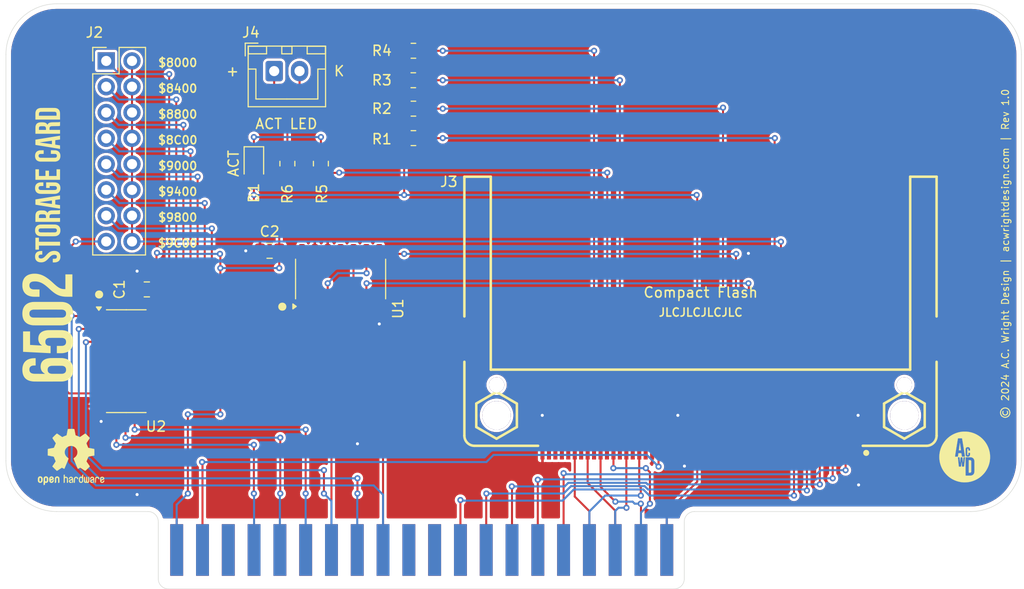
<source format=kicad_pcb>
(kicad_pcb (version 20241229) (generator "pcbnew") (generator_version "9.0")
  (title_block (title "6502 Storage Card") (date "2024-06-21") (rev "1.0") (company "A.C. Wright Design"))
  (layers (0 "F.Cu" signal) (2 "B.Cu" signal) (13 "F.Paste" user) (15 "B.Paste" user) (5 "F.SilkS" user "F.Silkscreen") (7 "B.SilkS" user "B.Silkscreen") (1 "F.Mask" user) (3 "B.Mask" user) (25 "Edge.Cuts" user))
  (net 0 "")
  (net 1 "GND")
  (net 2 "VCC")
  (net 3 "Net-(D1-K)")
  (net 4 "D2")
  (net 5 "A2")
  (net 6 "RESB")
  (net 7 "A1")
  (net 8 "RWB")
  (net 9 "A15")
  (net 10 "D0")
  (net 11 "A12")
  (net 12 "A0")
  (net 13 "A11")
  (net 14 "D1")
  (net 15 "PHI2")
  (net 16 "D5")
  (net 17 "A14")
  (net 19 "D7")
  (net 20 "A13")
  (net 21 "A10")
  (net 22 "D4")
  (net 23 "D3")
  (net 24 "D6")
  (net 25 "CSB")
  (net 26 "/$8400")
  (net 27 "/$9800")
  (net 28 "/$9400")
  (net 29 "/$8C00")
  (net 30 "/$9000")
  (net 31 "/$8800")
  (net 32 "/$8000")
  (net 33 "/$9C00")
  (net 51 "Net-(J3-~{REG})")
  (net 55 "Net-(J3-~{WE})")
  (net 58 "~{WR}")
  (net 65 "Net-(J3-~{DASP})")
  (net 69 "Net-(J3-~{CS1})")
  (net 70 "Net-(J3-~{PDIAG})")
  (net 71 "~{RD}")
  (net 72 "Net-(U1-Pad3)")
  (net 74 "Net-(J4-Pin_2)")
  (footprint "Resistor_SMD:R_0805_2012Metric" (layer "F.Cu") (at 140.7125 80.7 180)
    (property "Reference" "R2")
    (property "Value" "1k" (hide yes))
  )
  (footprint "Package_SO:SOIC-14_3.9x8.7mm_P1.27mm" (layer "F.Cu") (at 133.54 97.475 90)
    (property "Reference" "U1")
    (property "Value" "74HC00" (hide yes))
  )
  (footprint "Resistor_SMD:R_0805_2012Metric" (layer "F.Cu") (at 128.3 86.1125 90)
    (property "Reference" "R6")
    (property "Value" "330" (hide yes))
  )
  (footprint "A.C. Wright Logo:A.C. Wright Logo 5mm" (layer "F.Cu") (at 195 115)
    (property "Reference" "G***" (hide yes))
    (property "Value" "LOGO" (hide yes))
  )
  (footprint "Resistor_SMD:R_0805_2012Metric" (layer "F.Cu") (at 140.7125 75)
    (property "Reference" "R4")
    (property "Value" "1k" (hide yes))
  )
  (footprint "Connector_JST:JST_XH_B2B-XH-A_1x02_P2.50mm_Vertical" (layer "F.Cu") (at 127 77)
    (property "Reference" "J4")
    (property "Value" "ACT LED")
  )
  (footprint "Capacitor_SMD:C_0805_2012Metric" (layer "F.Cu") (at 126.55 94.7 180)
    (property "Reference" "C2")
    (property "Value" "100nF" (hide yes))
  )
  (footprint "Resistor_SMD:R_0805_2012Metric" (layer "F.Cu") (at 140.7125 83.6 180)
    (property "Reference" "R1")
    (property "Value" "1k" (hide yes))
  )
  (footprint "Resistor_SMD:R_0805_2012Metric" (layer "F.Cu") (at 140.7 77.9)
    (property "Reference" "R3")
    (property "Value" "1k" (hide yes))
  )
  (footprint "Package_SO:SOIC-16_3.9x9.9mm_P1.27mm" (layer "F.Cu") (at 112.435 105.565)
    (property "Reference" "U2")
    (property "Value" "74HC138" (hide yes))
  )
  (footprint "Connector_PinHeader_2.54mm:PinHeader_2x08_P2.54mm_Vertical" (layer "F.Cu") (at 110.46 76)
    (property "Reference" "J2")
    (property "Value" "Conn_02x08_Odd_Even" (hide yes))
  )
  (footprint "Capacitor_SMD:C_0805_2012Metric" (layer "F.Cu") (at 114.46 98.5 180)
    (property "Reference" "C1")
    (property "Value" "100nF" (hide yes))
  )
  (footprint "6502 Parts:SD-SMD_CFH-L3C1LBL01MN0" (layer "F.Cu") (at 168.98 108.45 180)
    (property "Reference" "J3")
    (property "Value" "Compact Flash")
  )
  (footprint "Symbol:OSHW-Logo2_7.3x6mm_SilkScreen" (layer "F.Cu") (at 107 115)
    (property "Reference" "REF**" (hide yes))
    (property "Value" "OSHW-Logo2_7.3x6mm_SilkScreen" (hide yes))
  )
  (footprint "6502 Parts:6502 Card Edge" (layer "F.Cu") (at 117.4 126.7)
    (property "Reference" "J1" (hide yes))
    (property "Value" "6502 Card Edge" (hide yes))
  )
  (footprint "6502 Logos:6502 Storage Card Logo 5mm" (layer "F.Cu") (at 104.700159 87.589456 90)
    (property "Reference" "G***" (hide yes))
    (property "Value" "LOGO" (hide yes))
  )
  (footprint "Resistor_SMD:R_0805_2012Metric" (layer "F.Cu") (at 131.6 86.1125 90)
    (property "Reference" "R5")
    (property "Value" "330" (hide yes))
  )
  (footprint "LED_SMD:LED_0805_2012Metric" (layer "F.Cu") (at 125 86.1375 -90)
    (property "Reference" "D1")
    (property "Value" "ACT")
  )
  (gr_circle (center 109.76 99) (end 109.96 99) (stroke (width 0.4)) (fill no) (layer "F.SilkS"))
  (gr_circle (center 127.8 100.2) (end 128 100.2) (stroke (width 0.4)) (fill no) (layer "F.SilkS"))
  (gr_arc (start 167.3841 121.3746) (mid 167.676993 120.667493) (end 168.3841 120.3746) (stroke (width 0.05)) (layer "Edge.Cuts"))
  (gr_line (start 200.5841 115.3746) (end 200.5841 75.3746) (stroke (width 0.05)) (layer "Edge.Cuts"))
  (gr_arc (start 105.5841 120.3746) (mid 102.048566 118.910134) (end 100.5841 115.3746) (stroke (width 0.05)) (layer "Edge.Cuts"))
  (gr_line (start 105.5841 120.3746) (end 114.5841 120.3746) (stroke (width 0.05)) (layer "Edge.Cuts"))
  (gr_line (start 168.3841 120.3746) (end 195.5841 120.3746) (stroke (width 0.05)) (layer "Edge.Cuts"))
  (gr_line (start 195.5841 70.3746) (end 105.5841 70.3746) (stroke (width 0.05)) (layer "Edge.Cuts"))
  (gr_arc (start 114.5841 120.3746) (mid 115.291207 120.667493) (end 115.5841 121.3746) (stroke (width 0.05)) (layer "Edge.Cuts"))
  (gr_line (start 167.3841 126.9946) (end 167.3841 121.3746) (stroke (width 0.05)) (layer "Edge.Cuts"))
  (gr_arc (start 200.5841 115.3746) (mid 199.119634 118.910134) (end 195.5841 120.3746) (stroke (width 0.05)) (layer "Edge.Cuts"))
  (gr_arc (start 100.5841 75.3746) (mid 102.048566 71.839066) (end 105.5841 70.3746) (stroke (width 0.05)) (layer "Edge.Cuts"))
  (gr_line (start 116.5841 127.9946) (end 166.3841 127.9946) (stroke (width 0.05)) (layer "Edge.Cuts"))
  (gr_line (start 100.5841 75.3746) (end 100.5841 115.3746) (stroke (width 0.05)) (layer "Edge.Cuts"))
  (gr_arc (start 116.5841 127.9946) (mid 115.876993 127.701707) (end 115.5841 126.9946) (stroke (width 0.05)) (layer "Edge.Cuts"))
  (gr_arc (start 167.3841 126.9946) (mid 167.091207 127.701707) (end 166.3841 127.9946) (stroke (width 0.05)) (layer "Edge.Cuts"))
  (gr_arc (start 195.5841 70.3746) (mid 199.119634 71.839066) (end 200.5841 75.3746) (stroke (width 0.05)) (layer "Edge.Cuts"))
  (gr_line (start 115.5841 121.3746) (end 115.5841 126.9946) (stroke (width 0.05)) (layer "Edge.Cuts"))
  (gr_text "© 2024 A.C. Wright Design | acwrightdesign.com | Rev 1.0" (at 199 95 90) (layer "F.SilkS") (effects (font (size 0.7 0.7) (thickness 0.1))))
  (gr_text "$9000" (at 117.5 86.34 0) (layer "F.SilkS") (effects (font (size 0.8 0.8))))
  (gr_text "K" (at 133.4 77 0) (layer "F.SilkS") (effects (font (size 1 1))))
  (gr_text "$9800" (at 117.5 91.42 0) (layer "F.SilkS") (effects (font (size 0.8 0.8))))
  (gr_text "$9400" (at 117.5 88.88 0) (layer "F.SilkS") (effects (font (size 0.8 0.8))))
  (gr_text "JLCJLCJLCJLC" (at 169 100.7625 0) (layer "F.SilkS") (effects (font (size 0.8 0.8))))
  (gr_text "$8400" (at 117.5 78.72 0) (layer "F.SilkS") (effects (font (size 0.8 0.8))))
  (gr_text "+" (at 122.9 77 0) (layer "F.SilkS") (effects (font (size 1 1))))
  (gr_text "$8800" (at 117.5 81.26 0) (layer "F.SilkS") (effects (font (size 0.8 0.8))))
  (gr_text "$8C00" (at 117.5 83.8 0) (layer "F.SilkS") (effects (font (size 0.8 0.8))))
  (gr_text "$8000" (at 117.5 76.18 0) (layer "F.SilkS") (effects (font (size 0.8 0.8))))
  (gr_text "$9C00" (at 117.5 93.96 0) (layer "F.SilkS") (effects (font (size 0.8 0.8))))
  (segment (start 117.4 124.16) (end 117.4 121.3) (width 0.2) (layer "F.Cu") (net 1))
  (segment (start 117.4 121.3) (end 117.4 119.9) (width 0.2) (layer "F.Cu") (net 1))
  (via (at 167.4 115.9) (size 0.6) (drill 0.3) (layers "F.Cu" "B.Cu") (net 1))
  (via (at 153.4 110.9) (size 0.6) (drill 0.3) (layers "F.Cu" "B.Cu") (net 1))
  (via (at 166.75 110.9) (size 0.6) (drill 0.3) (layers "F.Cu" "B.Cu") (net 1))
  (via (at 184.55 117.75) (size 0.6) (drill 0.3) (layers "F.Cu" "B.Cu") (net 1))
  (via (at 113.5 96.7) (size 0.6) (drill 0.3) (layers "F.Cu" "B.Cu") (net 1))
  (via (at 109.96 111.5) (size 0.6) (drill 0.3) (layers "F.Cu" "B.Cu") (net 1))
  (via (at 137.35 101.9) (size 0.6) (drill 0.3) (layers "F.Cu" "B.Cu") (net 1))
  (via (at 113.5 118.7) (size 0.6) (drill 0.3) (layers "F.Cu" "B.Cu") (net 1))
  (via (at 124.2 94.7) (size 0.6) (drill 0.3) (layers "F.Cu" "B.Cu") (net 1))
  (via (at 184.5 110.9) (size 0.6) (drill 0.3) (layers "F.Cu" "B.Cu") (net 1))
  (via (at 135.2 113.7) (size 0.6) (drill 0.3) (layers "F.Cu" "B.Cu") (net 1))
  (via (at 173.7 94.95) (size 0.6) (drill 0.3) (layers "F.Cu" "B.Cu") (net 1))
  (segment (start 165.66 124.16) (end 165.66 120.1) (width 0.2) (layer "B.Cu") (net 1))
  (segment (start 168.6 89.2) (end 168.66 89.26) (width 0.2) (layer "F.Cu") (net 2))
  (segment (start 165.66 120.44) (end 165.66 124.16) (width 0.2) (layer "F.Cu") (net 2))
  (segment (start 125 90.5) (end 125 89.2) (width 0.2) (layer "F.Cu") (net 2))
  (segment (start 121.7 110.8) (end 121.7 96.4) (width 0.2) (layer "F.Cu") (net 2))
  (segment (start 115.41 98.5) (end 115.41 99.75) (width 0.2) (layer "F.Cu") (net 2))
  (segment (start 115.41 99.75) (end 114.91 100.25) (width 0.2) (layer "F.Cu") (net 2))
  (segment (start 123 82.8) (end 123 86.45) (width 0.2) (layer "F.Cu") (net 2))
  (segment (start 127 77) (end 127 78.8) (width 0.2) (layer "F.Cu") (net 2))
  (segment (start 118.5 118.6) (end 118.5 110.8) (width 0.2) (layer "F.Cu") (net 2))
  (segment (start 129.43 94.7) (end 129.73 95) (width 0.2) (layer "F.Cu") (net 2))
  (segment (start 127.5 93) (end 125 90.5) (width 0.2) (layer "F.Cu") (net 2))
  (segment (start 127.5 94.7) (end 127.5 96.4) (width 0.2) (layer "F.Cu") (net 2))
  (segment (start 125 89.2) (end 125 87.075) (width 0.2) (layer "F.Cu") (net 2))
  (segment (start 139.8 75) (end 139.8 83.6) (width 0.2) (layer "F.Cu") (net 2))
  (segment (start 115.46 94.9) (end 115.41 94.95) (width 0.2) (layer "F.Cu") (net 2))
  (segment (start 123.625 87.075) (end 125 87.075) (width 0.2) (layer "F.Cu") (net 2))
  (segment (start 127 78.8) (end 123 82.8) (width 0.2) (layer "F.Cu") (net 2))
  (segment (start 168.66 113.5) (end 168.66 117.44) (width 0.2) (layer "F.Cu") (net 2))
  (segment (start 123 86.45) (end 123.625 87.075) (width 0.2) (layer "F.Cu") (net 2))
  (segment (start 121.7 95.04) (end 121.66 95) (width 0.2) (layer "F.Cu") (net 2))
  (segment (start 168.66 89.26) (end 168.66 113.5) (width 0.2) (layer "F.Cu") (net 2))
  (segment (start 115.41 94.95) (end 115.41 98.5) (width 0.2) (layer "F.Cu") (net 2))
  (segment (start 139.8 83.6) (end 139.8 89.2) (width 0.2) (layer "F.Cu") (net 2))
  (segment (start 168.66 117.44) (end 165.66 120.44) (width 0.2) (layer "F.Cu") (net 2))
  (segment (start 127.5 94.7) (end 127.5 93) (width 0.2) (layer "F.Cu") (net 2))
  (segment (start 168.66 113.5) (end 169.3 113.5) (width 0.2) (layer "F.Cu") (net 2))
  (segment (start 121.7 96.4) (end 121.7 95.04) (width 0.2) (layer "F.Cu") (net 2))
  (segment (start 127.5 94.7) (end 129.43 94.7) (width 0.2) (layer "F.Cu") (net 2))
  (segment (start 114.91 100.25) (end 114.91 101.12) (width 0.2) (layer "F.Cu") (net 2))
  (via (at 121.66 95) (size 0.6) (drill 0.3) (layers "F.Cu" "B.Cu") (net 2))
  (via (at 115.46 94.9) (size 0.6) (drill 0.3) (layers "F.Cu" "B.Cu") (net 2))
  (via (at 127.5 96.4) (size 0.6) (drill 0.3) (layers "F.Cu" "B.Cu") (net 2))
  (via (at 118.5 118.6) (size 0.6) (drill 0.3) (layers "F.Cu" "B.Cu") (net 2))
  (via (at 118.5 110.8) (size 0.6) (drill 0.3) (layers "F.Cu" "B.Cu") (net 2))
  (via (at 168.6 89.2) (size 0.6) (drill 0.3) (layers "F.Cu" "B.Cu") (net 2))
  (via (at 139.8 89.2) (size 0.6) (drill 0.3) (layers "F.Cu" "B.Cu") (net 2))
  (via (at 121.7 96.4) (size 0.6) (drill 0.3) (layers "F.Cu" "B.Cu") (net 2))
  (via (at 121.7 110.8) (size 0.6) (drill 0.3) (layers "F.Cu" "B.Cu") (net 2))
  (via (at 125 89.2) (size 0.6) (drill 0.3) (layers "F.Cu" "B.Cu") (net 2))
  (segment (start 139.8 89.2) (end 168.6 89.2) (width 0.2) (layer "B.Cu") (net 2))
  (segment (start 127.5 96.4) (end 121.7 96.4) (width 0.2) (layer "B.Cu") (net 2))
  (segment (start 115.56 95) (end 115.46 94.9) (width 0.2) (layer "B.Cu") (net 2))
  (segment (start 121.66 95) (end 115.56 95) (width 0.2) (layer "B.Cu") (net 2))
  (segment (start 117.4 124.16) (end 117.4 119.7) (width 0.2) (layer "B.Cu") (net 2))
  (segment (start 117.4 119.7) (end 118.5 118.6) (width 0.2) (layer "B.Cu") (net 2))
  (segment (start 118.5 110.8) (end 121.7 110.8) (width 0.2) (layer "B.Cu") (net 2))
  (segment (start 139.8 89.2) (end 125 89.2) (width 0.2) (layer "B.Cu") (net 2))
  (segment (start 125 85.2) (end 125 83.5) (width 0.2) (layer "F.Cu") (net 3))
  (segment (start 131.6 83.5) (end 131.6 85.2) (width 0.2) (layer "F.Cu") (net 3))
  (via (at 131.6 83.5) (size 0.6) (drill 0.3) (layers "F.Cu" "B.Cu") (net 3))
  (via (at 125 83.5) (size 0.6) (drill 0.3) (layers "F.Cu" "B.Cu") (net 3))
  (segment (start 125 83.5) (end 131.6 83.5) (width 0.2) (layer "B.Cu") (net 3))
  (segment (start 158.04 124.16) (end 158.04 120.34) (width 0.2) (layer "F.Cu") (net 4))
  (segment (start 156.6 118.9) (end 156.6 113.5) (width 0.2) (layer "F.Cu") (net 4))
  (segment (start 158.04 120.34) (end 156.6 118.9) (width 0.2) (layer "F.Cu") (net 4))
  (segment (start 163.1 118.8) (end 163.1 118) (width 0.2) (layer "F.Cu") (net 5))
  (segment (start 163.1 118) (end 162.95 117.85) (width 0.2) (layer "F.Cu") (net 5))
  (segment (start 162.95 117.85) (end 162.95 113.5) (width 0.2) (layer "F.Cu") (net 5))
  (via (at 163.1 118.8) (size 0.6) (drill 0.3) (layers "F.Cu" "B.Cu") (net 5))
  (segment (start 158.04 120.36) (end 158.04 124.16) (width 0.2) (layer "B.Cu") (net 5))
  (segment (start 159.6 118.8) (end 158.04 120.36) (width 0.2) (layer "B.Cu") (net 5))
  (segment (start 163.1 118.8) (end 159.6 118.8) (width 0.2) (layer "B.Cu") (net 5))
  (segment (start 119.9 115.5) (end 119.94 115.54) (width 0.2) (layer "F.Cu") (net 6))
  (segment (start 164.85 115.95) (end 164.85 113.5) (width 0.2) (layer "F.Cu") (net 6))
  (segment (start 119.94 115.54) (end 119.94 124.16) (width 0.2) (layer "F.Cu") (net 6))
  (via (at 119.9 115.5) (size 0.6) (drill 0.3) (layers "F.Cu" "B.Cu") (net 6))
  (via (at 164.85 115.95) (size 0.6) (drill 0.3) (layers "F.Cu" "B.Cu") (net 6))
  (segment (start 147.9 115.5) (end 119.9 115.5) (width 0.2) (layer "B.Cu") (net 6))
  (segment (start 148.6 114.8) (end 147.9 115.5) (width 0.2) (layer "B.Cu") (net 6))
  (segment (start 163.7 114.8) (end 148.6 114.8) (width 0.2) (layer "B.Cu") (net 6))
  (segment (start 164.85 115.95) (end 163.7 114.8) (width 0.2) (layer "B.Cu") (net 6))
  (segment (start 161.68 119.98997) (end 161.68 113.5) (width 0.2) (layer "F.Cu") (net 7))
  (segment (start 161.69003 120) (end 161.68 119.98997) (width 0.2) (layer "F.Cu") (net 7))
  (via (at 161.69003 120) (size 0.6) (drill 0.3) (layers "F.Cu" "B.Cu") (net 7))
  (segment (start 160.9 120) (end 160.58 120.32) (width 0.2) (layer "B.Cu") (net 7))
  (segment (start 160.58 120.32) (end 160.58 124.16) (width 0.2) (layer "B.Cu") (net 7))
  (segment (start 161.69003 120) (end 160.9 120) (width 0.2) (layer "B.Cu") (net 7))
  (segment (start 132.64 102.14) (end 132.6 102.1) (width 0.2) (layer "F.Cu") (net 8))
  (segment (start 131.6 102.1) (end 132.6 102.1) (width 0.2) (layer "F.Cu") (net 8))
  (segment (start 132.6 102.1) (end 133 102.1) (width 0.2) (layer "F.Cu") (net 8))
  (segment (start 132.64 124.16) (end 132.64 102.14) (width 0.2) (layer "F.Cu") (net 8))
  (segment (start 133 102.1) (end 133.54 101.56) (width 0.2) (layer "F.Cu") (net 8))
  (segment (start 131 101.5) (end 131.6 102.1) (width 0.2) (layer "F.Cu") (net 8))
  (segment (start 131 99.95) (end 131 101.5) (width 0.2) (layer "F.Cu") (net 8))
  (segment (start 129.73 99.95) (end 131 99.95) (width 0.2) (layer "F.Cu") (net 8))
  (segment (start 133.54 101.56) (end 133.54 99.95) (width 0.2) (layer "F.Cu") (net 8))
  (segment (start 109.96 107.47) (end 111.33 107.47) (width 0.2) (layer "F.Cu") (net 9))
  (segment (start 111.46 107.6) (end 111.46 107.9) (width 0.2) (layer "F.Cu") (net 9))
  (segment (start 111.46 107.9) (end 111.46 113.8) (width 0.2) (layer "F.Cu") (net 9))
  (segment (start 111.46 113.8) (end 111.46 114) (width 0.2) (layer "F.Cu") (net 9))
  (segment (start 111.33 107.47) (end 111.46 107.6) (width 0.2) (layer "F.Cu") (net 9))
  (segment (start 125 113.8) (end 125 118.6) (width 0.2) (layer "F.Cu") (net 9))
  (via (at 125 118.6) (size 0.6) (drill 0.3) (layers "F.Cu" "B.Cu") (net 9))
  (via (at 125 113.8) (size 0.6) (drill 0.3) (layers "F.Cu" "B.Cu") (net 9))
  (via (at 111.46 113.8) (size 0.6) (drill 0.3) (layers "F.Cu" "B.Cu") (net 9))
  (segment (start 125.02 118.62) (end 125.02 124.16) (width 0.2) (layer "B.Cu") (net 9))
  (segment (start 111.46 113.8) (end 125 113.8) (width 0.2) (layer "B.Cu") (net 9))
  (segment (start 125 118.6) (end 125.02 118.62) (width 0.2) (layer "B.Cu") (net 9))
  (segment (start 160.6 119.4) (end 159.14 117.94) (width 0.2) (layer "F.Cu") (net 10))
  (segment (start 159.14 117.94) (end 159.14 113.5) (width 0.2) (layer "F.Cu") (net 10))
  (segment (start 163.1 119.6) (end 163.12 119.62) (width 0.2) (layer "F.Cu") (net 10))
  (segment (start 163.12 119.62) (end 163.12 124.16) (width 0.2) (layer "F.Cu") (net 10))
  (via (at 160.6 119.4) (size 0.6) (drill 0.3) (layers "F.Cu" "B.Cu") (net 10))
  (via (at 163.1 119.6) (size 0.6) (drill 0.3) (layers "F.Cu" "B.Cu") (net 10))
  (segment (start 162.3 119.4) (end 160.6 119.4) (width 0.2) (layer "B.Cu") (net 10))
  (segment (start 162.5 119.6) (end 162.3 119.4) (width 0.2) (layer "B.Cu") (net 10))
  (segment (start 163.1 119.6) (end 162.5 119.6) (width 0.2) (layer "B.Cu") (net 10))
  (segment (start 131.9 116.3) (end 131.9 118.6) (width 0.2) (layer "F.Cu") (net 11))
  (segment (start 108.5 103.66) (end 108.46 103.7) (width 0.2) (layer "F.Cu") (net 11))
  (segment (start 109.96 103.66) (end 108.5 103.66) (width 0.2) (layer "F.Cu") (net 11))
  (via (at 131.9 116.3) (size 0.6) (drill 0.3) (layers "F.Cu" "B.Cu") (net 11))
  (via (at 131.9 118.6) (size 0.6) (drill 0.3) (layers "F.Cu" "B.Cu") (net 11))
  (via (at 108.46 103.7) (size 0.6) (drill 0.3) (layers "F.Cu" "B.Cu") (net 11))
  (segment (start 131.9 116.3) (end 109.96 116.3) (width 0.2) (layer "B.Cu") (net 11))
  (segment (start 131.9 116.3) (end 131.8 116.4) (width 0.2) (layer "B.Cu") (net 11))
  (segment (start 108.46 114.8) (end 109.83 116.17) (width 0.2) (layer "B.Cu") (net 11))
  (segment (start 131.9 118.6) (end 132.64 119.34) (width 0.2) (layer "B.Cu") (net 11))
  (segment (start 109.96 116.3) (end 109.83 116.17) (width 0.2) (layer "B.Cu") (net 11))
  (segment (start 132.64 119.34) (end 132.64 124.16) (width 0.2) (layer "B.Cu") (net 11))
  (segment (start 108.46 103.7) (end 108.46 114.8) (width 0.2) (layer "B.Cu") (net 11))
  (segment (start 164 116.5) (end 164 119.6) (width 0.2) (layer "F.Cu") (net 12))
  (segment (start 160.41 116.09) (end 160.41 113.5) (width 0.2) (layer "F.Cu") (net 12))
  (segment (start 163.6 116.1) (end 164 116.5) (width 0.2) (layer "F.Cu") (net 12))
  (segment (start 160.4 116.1) (end 160.41 116.09) (width 0.2) (layer "F.Cu") (net 12))
  (via (at 163.6 116.1) (size 0.6) (drill 0.3) (layers "F.Cu" "B.Cu") (net 12))
  (via (at 160.4 116.1) (size 0.6) (drill 0.3) (layers "F.Cu" "B.Cu") (net 12))
  (via (at 164 119.6) (size 0.6) (drill 0.3) (layers "F.Cu" "B.Cu") (net 12))
  (segment (start 160.4 116.1) (end 163.6 116.1) (width 0.2) (layer "B.Cu") (net 12))
  (segment (start 163.12 121.02) (end 163.12 120.48) (width 0.2) (layer "B.Cu") (net 12))
  (segment (start 163.12 124.16) (end 163.12 121.02) (width 0.2) (layer "B.Cu") (net 12))
  (segment (start 163.12 120.48) (end 164 119.6) (width 0.2) (layer "B.Cu") (net 12))
  (segment (start 107.77 102.39) (end 107.76 102.4) (width 0.2) (layer "F.Cu") (net 13))
  (segment (start 135.2 117.1) (end 135.2 118.6) (width 0.2) (layer "F.Cu") (net 13))
  (segment (start 109.96 102.39) (end 107.77 102.39) (width 0.2) (layer "F.Cu") (net 13))
  (via (at 135.2 117.1) (size 0.6) (drill 0.3) (layers "F.Cu" "B.Cu") (net 13))
  (via (at 107.76 102.4) (size 0.6) (drill 0.3) (layers "F.Cu" "B.Cu") (net 13))
  (via (at 135.2 118.6) (size 0.6) (drill 0.3) (layers "F.Cu" "B.Cu") (net 13))
  (segment (start 135.2 118.86) (end 135.18 118.88) (width 0.2) (layer "B.Cu") (net 13))
  (segment (start 135.2 118.6) (end 135.2 118.86) (width 0.2) (layer "B.Cu") (net 13))
  (segment (start 135.18 118.88) (end 135.18 124.16) (width 0.2) (layer "B.Cu") (net 13))
  (segment (start 135.2 117.1) (end 109.76 117.1) (width 0.2) (layer "B.Cu") (net 13))
  (segment (start 107.76 115.1) (end 107.76 102.4) (width 0.2) (layer "B.Cu") (net 13))
  (segment (start 109.76 117.1) (end 107.76 115.1) (width 0.2) (layer "B.Cu") (net 13))
  (segment (start 160.58 124.16) (end 160.58 120.28) (width 0.2) (layer "F.Cu") (net 14))
  (segment (start 160.58 120.28) (end 157.87 117.57) (width 0.2) (layer "F.Cu") (net 14))
  (segment (start 157.87 117.57) (end 157.87 113.5) (width 0.2) (layer "F.Cu") (net 14))
  (segment (start 134.81 99.95) (end 134.81 95) (width 0.2) (layer "F.Cu") (net 15))
  (segment (start 137.72 106.12) (end 134.81 103.21) (width 0.2) (layer "F.Cu") (net 15))
  (segment (start 134.81 103.21) (end 134.81 99.95) (width 0.2) (layer "F.Cu") (net 15))
  (segment (start 137.72 124.16) (end 137.72 106.12) (width 0.2) (layer "F.Cu") (net 15))
  (segment (start 150.4 117.9) (end 150.42 117.92) (width 0.2) (layer "F.Cu") (net 16))
  (segment (start 180.73 117.7) (end 180.73 113.5) (width 0.2) (layer "F.Cu") (net 16))
  (segment (start 150.42 117.92) (end 150.42 124.16) (width 0.2) (layer "F.Cu") (net 16))
  (via (at 180.73 117.7) (size 0.6) (drill 0.3) (layers "F.Cu" "B.Cu") (net 16))
  (via (at 150.4 117.9) (size 0.6) (drill 0.3) (layers "F.Cu" "B.Cu") (net 16))
  (segment (start 180.73 117.7) (end 163.773425 117.7) (width 0.2) (layer "B.Cu") (net 16))
  (segment (start 163.619425 117.546) (end 155.959488 117.546) (width 0.2) (layer "B.Cu") (net 16))
  (segment (start 163.773425 117.7) (end 163.619425 117.546) (width 0.2) (layer "B.Cu") (net 16))
  (segment (start 155.605488 117.9) (end 150.4 117.9) (width 0.2) (layer "B.Cu") (net 16))
  (segment (start 155.959488 117.546) (end 155.605488 117.9) (width 0.2) (layer "B.Cu") (net 16))
  (segment (start 111.96 106.2) (end 112.36 106.6) (width 0.2) (layer "F.Cu") (net 17))
  (segment (start 112.36 106.9) (end 112.36 112.4) (width 0.2) (layer "F.Cu") (net 17))
  (segment (start 112.36 112.6) (end 112.36 113.1) (width 0.2) (layer "F.Cu") (net 17))
  (segment (start 112.36 112.4) (end 112.36 112.6) (width 0.2) (layer "F.Cu") (net 17))
  (segment (start 127.6 113.1) (end 127.6 118.6) (width 0.2) (layer "F.Cu") (net 17))
  (segment (start 112.36 106.6) (end 112.36 106.9) (width 0.2) (layer "F.Cu") (net 17))
  (segment (start 109.96 106.2) (end 111.96 106.2) (width 0.2) (layer "F.Cu") (net 17))
  (via (at 112.36 113.1) (size 0.6) (drill 0.3) (layers "F.Cu" "B.Cu") (net 17))
  (via (at 127.6 113.1) (size 0.6) (drill 0.3) (layers "F.Cu" "B.Cu") (net 17))
  (via (at 127.6 118.6) (size 0.6) (drill 0.3) (layers "F.Cu" "B.Cu") (net 17))
  (segment (start 127.56 118.64) (end 127.56 124.16) (width 0.2) (layer "B.Cu") (net 17))
  (segment (start 127.6 118.6) (end 127.56 118.64) (width 0.2) (layer "B.Cu") (net 17))
  (segment (start 112.36 113.1) (end 127.6 113.1) (width 0.2) (layer "B.Cu") (net 17))
  (segment (start 145.34 119.24) (end 145.34 124.16) (width 0.2) (layer "F.Cu") (net 19))
  (segment (start 178.19 118.8) (end 178.19 113.5) (width 0.2) (layer "F.Cu") (net 19))
  (via (at 178.19 118.8) (size 0.6) (drill 0.3) (layers "F.Cu" "B.Cu") (net 19))
  (via (at 145.34 119.24) (size 0.6) (drill 0.3) (layers "F.Cu" "B.Cu") (net 19))
  (segment (start 156.5 118.2) (end 163.348529 118.2) (width 0.2) (layer "B.Cu") (net 19))
  (segment (start 155.4 119.3) (end 156.5 118.2) (width 0.2) (layer "B.Cu") (net 19))
  (segment (start 163.348529 118.2) (end 163.948529 118.8) (width 0.2) (layer "B.Cu") (net 19))
  (segment (start 163.948529 118.8) (end 178.19 118.8) (width 0.2) (layer "B.Cu") (net 19))
  (segment (start 145.4 119.3) (end 155.4 119.3) (width 0.2) (layer "B.Cu") (net 19))
  (segment (start 145.34 119.24) (end 145.4 119.3) (width 0.2) (layer "B.Cu") (net 19))
  (segment (start 113.26 106.2) (end 113.26 112.3) (width 0.2) (layer "F.Cu") (net 20))
  (segment (start 112.76 105) (end 113.26 105.5) (width 0.2) (layer "F.Cu") (net 20))
  (segment (start 130.1 112.3) (end 130.1 118.6) (width 0.2) (layer "F.Cu") (net 20))
  (segment (start 112.69 104.93) (end 112.76 105) (width 0.2) (layer "F.Cu") (net 20))
  (segment (start 109.96 104.93) (end 112.69 104.93) (width 0.2) (layer "F.Cu") (net 20))
  (segment (start 113.26 105.5) (end 113.26 106.2) (width 0.2) (layer "F.Cu") (net 20))
  (via (at 113.26 112.3) (size 0.6) (drill 0.3) (layers "F.Cu" "B.Cu") (net 20))
  (via (at 130.1 112.3) (size 0.6) (drill 0.3) (layers "F.Cu" "B.Cu") (net 20))
  (via (at 130.1 118.6) (size 0.6) (drill 0.3) (layers "F.Cu" "B.Cu") (net 20))
  (segment (start 113.26 112.3) (end 130.1 112.3) (width 0.2) (layer "B.Cu") (net 20))
  (segment (start 130.1 118.6) (end 130.1 124.16) (width 0.2) (layer "B.Cu") (net 20))
  (segment (start 107.08 101.12) (end 107.06 101.1) (width 0.2) (layer "F.Cu") (net 21))
  (segment (start 109.96 101.12) (end 107.08 101.12) (width 0.2) (layer "F.Cu") (net 21))
  (via (at 107.06 101.1) (size 0.6) (drill 0.3) (layers "F.Cu" "B.Cu") (net 21))
  (segment (start 107.06 115.4) (end 109.46 117.8) (width 0.2) (layer "B.Cu") (net 21))
  (segment (start 107.06 101.1) (end 107.06 115.4) (width 0.2) (layer "B.Cu") (net 21))
  (segment (start 136.8 117.8) (end 137.72 118.72) (width 0.2) (layer "B.Cu") (net 21))
  (segment (start 137.72 118.72) (end 137.72 124.16) (width 0.2) (layer "B.Cu") (net 21))
  (segment (start 109.46 117.8) (end 136.8 117.8) (width 0.2) (layer "B.Cu") (net 21))
  (segment (start 153 117.1) (end 152.96 117.14) (width 0.2) (layer "F.Cu") (net 22))
  (segment (start 182 117.1) (end 182 113.5) (width 0.2) (layer "F.Cu") (net 22))
  (segment (start 152.96 117.24) (end 152.96 124.26) (width 0.2) (layer "F.Cu") (net 22))
  (via (at 152.96 117.24) (size 0.6) (drill 0.3) (layers "F.Cu" "B.Cu") (net 22))
  (via (at 182 117.1) (size 0.6) (drill 0.3) (layers "F.Cu" "B.Cu") (net 22))
  (segment (start 152.96 117.24) (end 153.04 117.24) (width 0.2) (layer "B.Cu") (net 22))
  (segment (start 180.481471 117.1) (end 180.381471 117.2) (width 0.2) (layer "B.Cu") (net 22))
  (segment (start 180.381471 117.2) (end 153 117.2) (width 0.2) (layer "B.Cu") (net 22))
  (segment (start 182 117.1) (end 180.481471 117.1) (width 0.2) (layer "B.Cu") (net 22))
  (segment (start 153.04 117.24) (end 153.1 117.3) (width 0.2) (layer "B.Cu") (net 22))
  (segment (start 153 117.2) (end 152.96 117.24) (width 0.2) (layer "B.Cu") (net 22))
  (segment (start 155.5 124.16) (end 155.5 116.6) (width 0.2) (layer "F.Cu") (net 23))
  (segment (start 183.27 116.3) (end 183.27 113.5) (width 0.2) (layer "F.Cu") (net 23))
  (via (at 183.27 116.3) (size 0.6) (drill 0.3) (layers "F.Cu" "B.Cu") (net 23))
  (via (at 155.5 116.6) (size 0.6) (drill 0.3) (layers "F.Cu" "B.Cu") (net 23))
  (segment (start 155.6 116.7) (end 155.5 116.6) (width 0.2) (layer "B.Cu") (net 23))
  (segment (start 180.419023 116.7) (end 155.6 116.7) (width 0.2) (layer "B.Cu") (net 23))
  (segment (start 180.819023 116.3) (end 180.419023 116.7) (width 0.2) (layer "B.Cu") (net 23))
  (segment (start 183.27 116.3) (end 180.819023 116.3) (width 0.2) (layer "B.Cu") (net 23))
  (segment (start 179.46 118.3) (end 179.46 113.5) (width 0.2) (layer "F.Cu") (net 24))
  (segment (start 147.9 118.6) (end 147.88 118.62) (width 0.2) (layer "F.Cu") (net 24))
  (segment (start 147.88 118.62) (end 147.88 124.16) (width 0.2) (layer "F.Cu") (net 24))
  (via (at 147.9 118.6) (size 0.6) (drill 0.3) (layers "F.Cu" "B.Cu") (net 24))
  (via (at 179.46 118.3) (size 0.6) (drill 0.3) (layers "F.Cu" "B.Cu") (net 24))
  (segment (start 179.36 118.2) (end 163.810977 118.2) (width 0.2) (layer "B.Cu") (net 24))
  (segment (start 163.810977 118.2) (end 163.483977 117.873) (width 0.2) (layer "B.Cu") (net 24))
  (segment (start 156.227 117.873) (end 155.5 118.6) (width 0.2) (layer "B.Cu") (net 24))
  (segment (start 163.483977 117.873) (end 156.227 117.873) (width 0.2) (layer "B.Cu") (net 24))
  (segment (start 179.46 118.3) (end 179.36 118.2) (width 0.2) (layer "B.Cu") (net 24))
  (segment (start 155.5 118.6) (end 147.9 118.6) (width 0.2) (layer "B.Cu") (net 24))
  (segment (start 176.92 94.52) (end 176.92 113.5) (width 0.2) (layer "F.Cu") (net 25))
  (segment (start 176.9 94.5) (end 176.92 94.52) (width 0.2) (layer "F.Cu") (net 25))
  (segment (start 176.9 93.8) (end 176.9 94.5) (width 0.2) (layer "F.Cu") (net 25))
  (segment (start 113 76) (end 113 93.78) (width 0.2) (layer "F.Cu") (net 25))
  (via (at 176.9 93.8) (size 0.6) (drill 0.3) (layers "F.Cu" "B.Cu") (net 25))
  (segment (start 113 93.78) (end 121.62 93.78) (width 0.2) (layer "B.Cu") (net 25))
  (segment (start 121.62 93.78) (end 176.88 93.78) (width 0.2) (layer "B.Cu") (net 25))
  (segment (start 176.88 93.78) (end 176.9 93.8) (width 0.2) (layer "B.Cu") (net 25))
  (segment (start 116.8 103.66) (end 114.91 103.66) (width 0.2) (layer "F.Cu") (net 26))
  (segment (start 117.36 103.1) (end 116.8 103.66) (width 0.2) (layer "F.Cu") (net 26))
  (segment (start 117.36 79.8) (end 117.36 103.1) (width 0.2) (layer "F.Cu") (net 26))
  (via (at 117.36 79.8) (size 0.6) (drill 0.3) (layers "F.Cu" "B.Cu") (net 26))
  (segment (start 113.66 79.8) (end 117.36 79.8) (width 0.2) (layer "B.Cu") (net 26))
  (segment (start 110.46 78.54) (end 111.72 79.8) (width 0.2) (layer "B.Cu") (net 26))
  (segment (start 111.72 79.8) (end 113.66 79.8) (width 0.2) (layer "B.Cu") (net 26))
  (segment (start 120.15 110.01) (end 114.91 110.01) (width 0.2) (layer "F.Cu") (net 27))
  (segment (start 120.86 92.5) (end 120.86 109.3) (width 0.2) (layer "F.Cu") (net 27))
  (segment (start 120.86 109.3) (end 120.15 110.01) (width 0.2) (layer "F.Cu") (net 27))
  (via (at 120.86 92.5) (size 0.6) (drill 0.3) (layers "F.Cu" "B.Cu") (net 27))
  (segment (start 110.46 91.24) (end 111.72 92.5) (width 0.2) (layer "B.Cu") (net 27))
  (segment (start 112.66 92.5) (end 112.96 92.5) (width 0.2) (layer "B.Cu") (net 27))
  (segment (start 111.72 92.5) (end 112.66 92.5) (width 0.2) (layer "B.Cu") (net 27))
  (segment (start 112.96 92.5) (end 120.86 92.5) (width 0.2) (layer "B.Cu") (net 27))
  (segment (start 119.52 108.74) (end 114.91 108.74) (width 0.2) (layer "F.Cu") (net 28))
  (segment (start 120.16 90) (end 120.16 108.1) (width 0.2) (layer "F.Cu") (net 28))
  (segment (start 120.16 108.1) (end 119.52 108.74) (width 0.2) (layer "F.Cu") (net 28))
  (via (at 120.16 90) (size 0.6) (drill 0.3) (layers "F.Cu" "B.Cu") (net 28))
  (segment (start 111.76 90) (end 112.16 90) (width 0.2) (layer "B.Cu") (net 28))
  (segment (start 110.46 88.7) (end 111.76 90) (width 0.2) (layer "B.Cu") (net 28))
  (segment (start 112.16 90) (end 120.16 90) (width 0.2) (layer "B.Cu") (net 28))
  (segment (start 118.76 84.9) (end 118.76 105.6) (width 0.2) (layer "F.Cu") (net 29))
  (segment (start 118.16 106.2) (end 114.91 106.2) (width 0.2) (layer "F.Cu") (net 29))
  (segment (start 118.76 105.6) (end 118.16 106.2) (width 0.2) (layer "F.Cu") (net 29))
  (via (at 118.76 84.9) (size 0.6) (drill 0.3) (layers "F.Cu" "B.Cu") (net 29))
  (segment (start 112.16 84.9) (end 112.46 84.9) (width 0.2) (layer "B.Cu") (net 29))
  (segment (start 111.74 84.9) (end 112.16 84.9) (width 0.2) (layer "B.Cu") (net 29))
  (segment (start 112.46 84.9) (end 118.76 84.9) (width 0.2) (layer "B.Cu") (net 29))
  (segment (start 110.46 83.62) (end 111.74 84.9) (width 0.2) (layer "B.Cu") (net 29))
  (segment (start 118.99 107.47) (end 114.91 107.47) (width 0.2) (layer "F.Cu") (net 30))
  (segment (start 119.46 87.4) (end 119.46 107) (width 0.2) (layer "F.Cu") (net 30))
  (segment (start 119.46 107) (end 118.99 107.47) (width 0.2) (layer "F.Cu") (net 30))
  (via (at 119.46 87.4) (size 0.6) (drill 0.3) (layers "F.Cu" "B.Cu") (net 30))
  (segment (start 111.7 87.4) (end 112.06 87.4) (width 0.2) (layer "B.Cu") (net 30))
  (segment (start 110.46 86.16) (end 111.7 87.4) (width 0.2) (layer "B.Cu") (net 30))
  (segment (start 112.06 87.4) (end 112.36 87.4) (width 0.2) (layer "B.Cu") (net 30))
  (segment (start 112.36 87.4) (end 119.46 87.4) (width 0.2) (layer "B.Cu") (net 30))
  (segment (start 118.06 104.3) (end 117.43 104.93) (width 0.2) (layer "F.Cu") (net 31))
  (segment (start 118.06 82.3) (end 118.06 104.3) (width 0.2) (layer "F.Cu") (net 31))
  (segment (start 117.43 104.93) (end 114.91 104.93) (width 0.2) (layer "F.Cu") (net 31))
  (via (at 118.06 82.3) (size 0.6) (drill 0.3) (layers "F.Cu" "B.Cu") (net 31))
  (segment (start 110.46 81.08) (end 111.68 82.3) (width 0.2) (layer "B.Cu") (net 31))
  (segment (start 111.68 82.3) (end 113.06 82.3) (width 0.2) (layer "B.Cu") (net 31))
  (segment (start 113.06 82.3) (end 118.06 82.3) (width 0.2) (layer "B.Cu") (net 31))
  (segment (start 116.66 102) (end 116.27 102.39) (width 0.2) (layer "F.Cu") (net 32))
  (segment (start 116.27 102.39) (end 114.91 102.39) (width 0.2) (layer "F.Cu") (net 32))
  (segment (start 116.66 77.3) (end 116.66 102) (width 0.2) (layer "F.Cu") (net 32))
  (via (at 116.66 77.3) (size 0.6) (drill 0.3) (layers "F.Cu" "B.Cu") (net 32))
  (segment (start 110.46 76) (end 111.76 77.3) (width 0.2) (layer "B.Cu") (net 32))
  (segment (start 111.76 77.3) (end 116.66 77.3) (width 0.2) (layer "B.Cu") (net 32))
  (segment (start 106.26 108.2) (end 106.8 108.74) (width 0.2) (layer "F.Cu") (net 33))
  (segment (start 107.46 93.78) (end 106.26 94.98) (width 0.2) (layer "F.Cu") (net 33))
  (segment (start 106.26 94.98) (end 106.26 108.2) (width 0.2) (layer "F.Cu") (net 33))
  (segment (start 106.8 108.74) (end 109.96 108.74) (width 0.2) (layer "F.Cu") (net 33))
  (via (at 107.46 93.78) (size 0.6) (drill 0.3) (layers "F.Cu" "B.Cu") (net 33))
  (segment (start 107.46 93.78) (end 110.46 93.78) (width 0.2) (layer "B.Cu") (net 33))
  (segment (start 143.6 77.9) (end 141.6125 77.9) (width 0.2) (layer "F.Cu") (net 51))
  (segment (start 161.04 77.9) (end 161.04 113.5) (width 0.2) (layer "F.Cu") (net 51))
  (via (at 143.6 77.9) (size 0.6) (drill 0.3) (layers "F.Cu" "B.Cu") (net 51))
  (via (at 161.04 77.9) (size 0.6) (drill 0.3) (layers "F.Cu" "B.Cu") (net 51))
  (segment (start 161.04 77.9) (end 143.6 77.9) (width 0.2) (layer "B.Cu") (net 51))
  (segment (start 141.625 80.7) (end 143.6 80.7) (width 0.2) (layer "F.Cu") (net 55))
  (segment (start 171.2 80.6) (end 171.2 113.5) (width 0.2) (layer "F.Cu") (net 55))
  (via (at 171.2 80.6) (size 0.6) (drill 0.3) (layers "F.Cu" "B.Cu") (net 55))
  (via (at 143.6 80.7) (size 0.6) (drill 0.3) (layers "F.Cu" "B.Cu") (net 55))
  (segment (start 171.1 80.7) (end 171.2 80.6) (width 0.2) (layer "B.Cu") (net 55))
  (segment (start 143.6 80.7) (end 171.1 80.7) (width 0.2) (layer "B.Cu") (net 55))
  (segment (start 172.5 95) (end 172.47 95.03) (width 0.2) (layer "F.Cu") (net 58))
  (segment (start 137.35 95) (end 139.8 95) (width 0.2) (layer "F.Cu") (net 58))
  (segment (start 172.47 95.03) (end 172.47 113.5) (width 0.2) (layer "F.Cu") (net 58))
  (via (at 139.8 95) (size 0.6) (drill 0.3) (layers "F.Cu" "B.Cu") (net 58))
  (via (at 172.5 95) (size 0.6) (drill 0.3) (layers "F.Cu" "B.Cu") (net 58))
  (segment (start 139.8 95) (end 172.5 95) (width 0.2) (layer "B.Cu") (net 58))
  (segment (start 159.8 87) (end 159.8 111.2) (width 0.2) (layer "F.Cu") (net 65))
  (segment (start 159.77 111.23) (end 159.77 113.5) (width 0.2) (layer "F.Cu") (net 65))
  (segment (start 128.3 87.025) (end 131.6 87.025) (width 0.2) (layer "F.Cu") (net 65))
  (segment (start 131.6 87.025) (end 133.375 87.025) (width 0.2) (layer "F.Cu") (net 65))
  (segment (start 133.375 87.025) (end 133.4 87) (width 0.2) (layer "F.Cu") (net 65))
  (segment (start 159.8 111.2) (end 159.77 111.23) (width 0.2) (layer "F.Cu") (net 65))
  (via (at 159.8 87) (size 0.6) (drill 0.3) (layers "F.Cu" "B.Cu") (net 65))
  (via (at 133.4 87) (size 0.6) (drill 0.3) (layers "F.Cu" "B.Cu") (net 65))
  (segment (start 133.4 87) (end 153.5 87) (width 0.2) (layer "B.Cu") (net 65))
  (segment (start 153.5 87) (end 159.8 87) (width 0.2) (layer "B.Cu") (net 65))
  (segment (start 176.28 83.62) (end 176.28 113.5) (width 0.2) (layer "F.Cu") (net 69))
  (segment (start 141.625 83.6) (end 143.6 83.6) (width 0.2) (layer "F.Cu") (net 69))
  (segment (start 176.3 83.6) (end 176.28 83.62) (width 0.2) (layer "F.Cu") (net 69))
  (via (at 143.6 83.6) (size 0.6) (drill 0.3) (layers "F.Cu" "B.Cu") (net 69))
  (via (at 176.3 83.6) (size 0.6) (drill 0.3) (layers "F.Cu" "B.Cu") (net 69))
  (segment (start 143.6 83.6) (end 176.3 83.6) (width 0.2) (layer "B.Cu") (net 69))
  (segment (start 158.5 75) (end 158.5 113.5) (width 0.2) (layer "F.Cu") (net 70))
  (segment (start 141.625 75) (end 143.6 75) (width 0.2) (layer "F.Cu") (net 70))
  (via (at 143.6 75) (size 0.6) (drill 0.3) (layers "F.Cu" "B.Cu") (net 70))
  (via (at 158.5 75) (size 0.6) (drill 0.3) (layers "F.Cu" "B.Cu") (net 70))
  (segment (start 143.6 75) (end 158.5 75) (width 0.2) (layer "B.Cu") (net 70))
  (segment (start 136.08 99.95) (end 136.08 97.92) (width 0.2) (layer "F.Cu") (net 71))
  (segment (start 173.7 97.9) (end 173.74 97.94) (width 0.2) (layer "F.Cu") (net 71))
  (segment (start 173.74 97.94) (end 173.74 113.5) (width 0.2) (layer "F.Cu") (net 71))
  (segment (start 136.08 97.92) (end 136.1 97.9) (width 0.2) (layer "F.Cu") (net 71))
  (via (at 173.7 97.9) (size 0.6) (drill 0.3) (layers "F.Cu" "B.Cu") (net 71))
  (via (at 136.1 97.9) (size 0.6) (drill 0.3) (layers "F.Cu" "B.Cu") (net 71))
  (segment (start 136.1 97.9) (end 138.3 97.9) (width 0.2) (layer "B.Cu") (net 71))
  (segment (start 138.3 97.9) (end 173.7 97.9) (width 0.2) (layer "B.Cu") (net 71))
  (segment (start 132.27 97.9) (end 132.27 99.95) (width 0.2) (layer "F.Cu") (net 72))
  (segment (start 136.08 95) (end 136.08 96.88) (width 0.2) (layer "F.Cu") (net 72))
  (segment (start 136.08 96.88) (end 136.1 96.9) (width 0.2) (layer "F.Cu") (net 72))
  (via (at 132.27 97.9) (size 0.6) (drill 0.3) (layers "F.Cu" "B.Cu") (net 72))
  (via (at 136.1 96.9) (size 0.6) (drill 0.3) (layers "F.Cu" "B.Cu") (net 72))
  (segment (start 133.27 96.9) (end 132.27 97.9) (width 0.2) (layer "B.Cu") (net 72))
  (segment (start 136.1 96.9) (end 133.27 96.9) (width 0.2) (layer "B.Cu") (net 72))
  (segment (start 128.3 85.2) (end 128.3 79.7) (width 0.2) (layer "F.Cu") (net 74))
  (segment (start 129.5 78.5) (end 129.5 77) (width 0.2) (layer "F.Cu") (net 74))
  (segment (start 128.3 79.7) (end 129.5 78.5) (width 0.2) (layer "F.Cu") (net 74))
  (zone (net 1) (net_name "GND") (layer "F.Cu") (connect_pads (clearance 0.254)) (min_thickness 0.254) (fill yes (thermal_gap 0.254) (thermal_bridge_width 0.254))
    (polygon (pts (xy 200.838 121.054) (xy 100 121.054) (xy 100 70) (xy 200.838 70)))
  )
  (zone (net 1) (net_name "GND") (layer "B.Cu") (connect_pads (clearance 0.254)) (min_thickness 0.254) (fill yes (thermal_gap 0.254) (thermal_bridge_width 0.254))
    (polygon (pts (xy 200.838 121.054) (xy 100 121.054) (xy 100 70) (xy 200.838 70)))
  )
)
</source>
